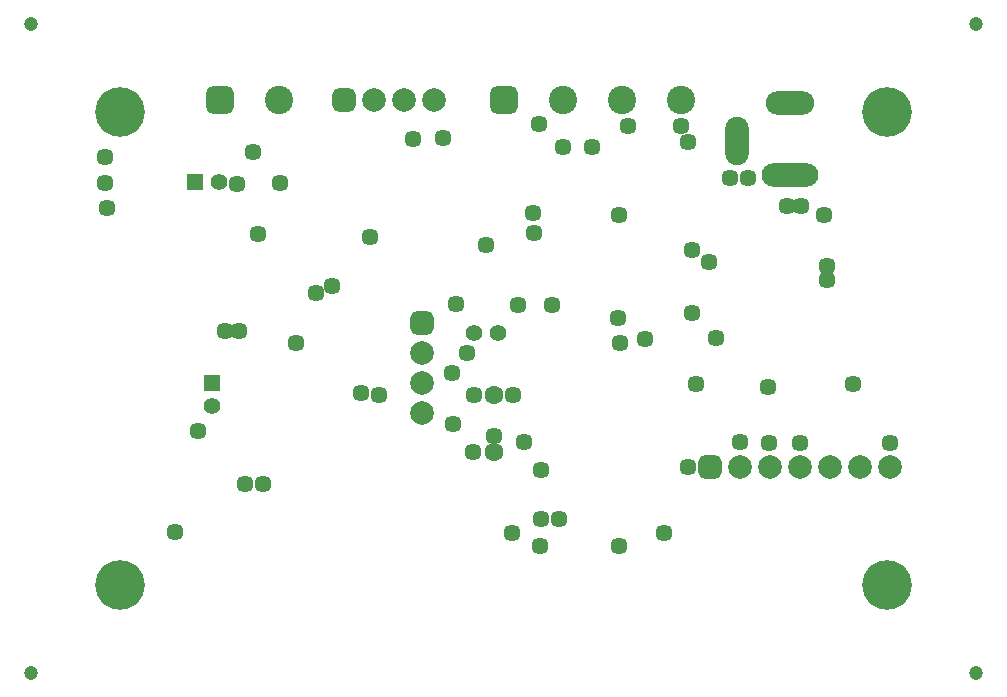
<source format=gbs>
G04*
G04 #@! TF.GenerationSoftware,Altium Limited,Altium Designer,18.1.1 (9)*
G04*
G04 Layer_Color=16711935*
%FSLAX42Y42*%
%MOMM*%
G71*
G01*
G75*
%ADD31C,1.20*%
%ADD32C,1.60*%
%ADD33C,2.40*%
G04:AMPARAMS|DCode=34|XSize=2.4mm|YSize=2.4mm|CornerRadius=0.65mm|HoleSize=0mm|Usage=FLASHONLY|Rotation=0.000|XOffset=0mm|YOffset=0mm|HoleType=Round|Shape=RoundedRectangle|*
%AMROUNDEDRECTD34*
21,1,2.40,1.10,0,0,0.0*
21,1,1.10,2.40,0,0,0.0*
1,1,1.30,0.55,-0.55*
1,1,1.30,-0.55,-0.55*
1,1,1.30,-0.55,0.55*
1,1,1.30,0.55,0.55*
%
%ADD34ROUNDEDRECTD34*%
%ADD35C,2.00*%
G04:AMPARAMS|DCode=36|XSize=2mm|YSize=2mm|CornerRadius=0.55mm|HoleSize=0mm|Usage=FLASHONLY|Rotation=0.000|XOffset=0mm|YOffset=0mm|HoleType=Round|Shape=RoundedRectangle|*
%AMROUNDEDRECTD36*
21,1,2.00,0.90,0,0,0.0*
21,1,0.90,2.00,0,0,0.0*
1,1,1.10,0.45,-0.45*
1,1,1.10,-0.45,-0.45*
1,1,1.10,-0.45,0.45*
1,1,1.10,0.45,0.45*
%
%ADD36ROUNDEDRECTD36*%
G04:AMPARAMS|DCode=37|XSize=2mm|YSize=2mm|CornerRadius=0.55mm|HoleSize=0mm|Usage=FLASHONLY|Rotation=270.000|XOffset=0mm|YOffset=0mm|HoleType=Round|Shape=RoundedRectangle|*
%AMROUNDEDRECTD37*
21,1,2.00,0.90,0,0,270.0*
21,1,0.90,2.00,0,0,270.0*
1,1,1.10,-0.45,-0.45*
1,1,1.10,-0.45,0.45*
1,1,1.10,0.45,0.45*
1,1,1.10,0.45,-0.45*
%
%ADD37ROUNDEDRECTD37*%
%ADD38O,4.80X2.00*%
%ADD39O,2.00X4.10*%
%ADD40O,4.10X2.00*%
%ADD41C,1.40*%
%ADD42R,1.40X1.40*%
%ADD43R,1.40X1.40*%
%ADD44C,4.20*%
%ADD45C,1.20*%
%ADD46C,1.45*%
D31*
X7750Y-250D02*
D03*
X-250D02*
D03*
X7750Y5250D02*
D03*
X-250D02*
D03*
D32*
X3670Y2108D02*
D03*
Y1620D02*
D03*
D33*
X1850Y4600D02*
D03*
X5250D02*
D03*
X4750D02*
D03*
X4250D02*
D03*
D34*
X1350D02*
D03*
X3750D02*
D03*
D35*
X7024Y1500D02*
D03*
X6770D02*
D03*
X6516D02*
D03*
X6262D02*
D03*
X6008D02*
D03*
X5754D02*
D03*
X2654Y4600D02*
D03*
X2908D02*
D03*
X3162D02*
D03*
X3060Y2458D02*
D03*
Y2204D02*
D03*
Y1950D02*
D03*
D36*
X5500Y1500D02*
D03*
X2400Y4600D02*
D03*
D37*
X3060Y2712D02*
D03*
D38*
X6175Y3970D02*
D03*
D39*
X5725Y4260D02*
D03*
D40*
X6175Y4575D02*
D03*
D41*
X1340Y3910D02*
D03*
X1280Y2010D02*
D03*
X3700Y2630D02*
D03*
X3500D02*
D03*
D42*
X1140Y3910D02*
D03*
D43*
X1280Y2210D02*
D03*
D44*
X7000Y500D02*
D03*
X500D02*
D03*
X7000Y4500D02*
D03*
X500D02*
D03*
D45*
X5725Y4180D02*
D03*
Y4340D02*
D03*
X6255Y4575D02*
D03*
X6095D02*
D03*
X6255Y3970D02*
D03*
X6095D02*
D03*
D46*
X2700Y2110D02*
D03*
X390Y3690D02*
D03*
X380Y3900D02*
D03*
Y4120D02*
D03*
X7024Y1700D02*
D03*
X6262D02*
D03*
X5754Y1710D02*
D03*
X6000Y1700D02*
D03*
X3600Y3380D02*
D03*
X1160Y1800D02*
D03*
X3500Y2110D02*
D03*
X3490Y1620D02*
D03*
X3670Y1760D02*
D03*
X3830Y2110D02*
D03*
X5310Y1500D02*
D03*
X1491Y3892D02*
D03*
X3240Y4280D02*
D03*
X2984Y4270D02*
D03*
X3310Y2290D02*
D03*
X3440Y2460D02*
D03*
X5250Y4380D02*
D03*
X5310Y4250D02*
D03*
X4800Y4380D02*
D03*
X4050Y4400D02*
D03*
X5820Y3940D02*
D03*
X5670D02*
D03*
X4720Y2760D02*
D03*
X3920Y1710D02*
D03*
X2620Y3440D02*
D03*
X6490Y3200D02*
D03*
Y3077D02*
D03*
X4730Y3630D02*
D03*
X2300Y3030D02*
D03*
X2541Y2120D02*
D03*
X6460Y3630D02*
D03*
X6270Y3710D02*
D03*
X6150D02*
D03*
X3870Y2870D02*
D03*
X3350Y2880D02*
D03*
X1630Y4160D02*
D03*
X4070Y1060D02*
D03*
X4220D02*
D03*
X4730Y830D02*
D03*
X4060D02*
D03*
X1859Y3899D02*
D03*
X1670Y3470D02*
D03*
X970Y950D02*
D03*
X1710Y1350D02*
D03*
X1560D02*
D03*
X5990Y2170D02*
D03*
X5550Y2590D02*
D03*
X5350Y2800D02*
D03*
Y3330D02*
D03*
X5490Y3230D02*
D03*
X1510Y2650D02*
D03*
X1390D02*
D03*
X1990Y2550D02*
D03*
X5110Y940D02*
D03*
X3820D02*
D03*
X2159Y2969D02*
D03*
X3320Y1864D02*
D03*
X4000Y3650D02*
D03*
X4005Y3475D02*
D03*
X4160Y2870D02*
D03*
X4740Y2550D02*
D03*
X6710Y2200D02*
D03*
X5380D02*
D03*
X4070Y1470D02*
D03*
X4950Y2580D02*
D03*
X4250Y4210D02*
D03*
X4500D02*
D03*
M02*

</source>
